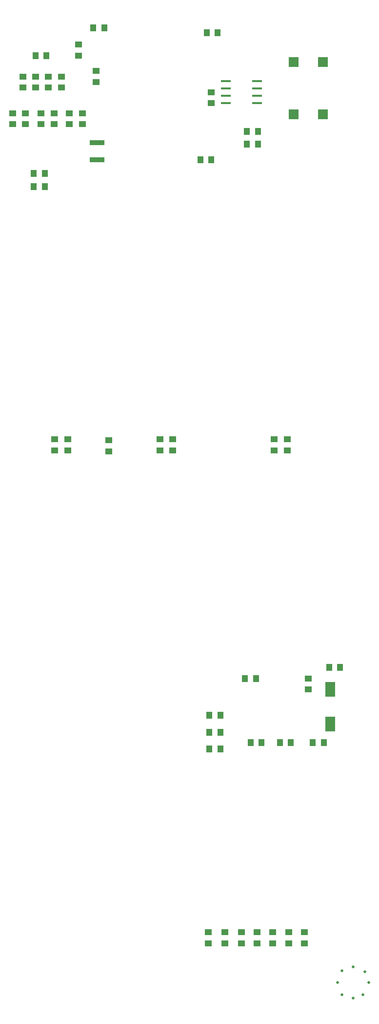
<source format=gbr>
G04 DipTrace 4.0.0.5*
G04 top_paste_dendy_junior_remastered_rev_2.2.1.gbr*
%MOIN*%
G04 #@! TF.FileFunction,Paste,Top*
G04 #@! TF.Part,Single*
%ADD18C,0.019685*%
%ADD70R,0.070866X0.070866*%
%ADD72R,0.070866X0.015748*%
%ADD96R,0.098425X0.037402*%
%ADD106R,0.051181X0.043307*%
%ADD116R,0.070866X0.100394*%
%ADD118R,0.043307X0.051181*%
%FSLAX26Y26*%
G04*
G70*
G90*
G75*
G01*
G04 TopPaste*
%LPD*%
D18*
X3294096Y456298D3*
Y243776D3*
X3400357Y350037D3*
X3187835D3*
X3362853Y268778D3*
X3375354Y425045D3*
X3219088Y268778D3*
Y431295D3*
D118*
X3019067Y1987715D3*
X3093870D3*
D116*
X3137829Y2350247D3*
Y2112703D3*
D118*
X2868846Y1987715D3*
X2794043D3*
X3131579Y2500262D3*
X3206382D3*
X2669030Y1987709D3*
X2594227D3*
X2387648Y2056575D3*
X2312845D3*
D106*
X1537661Y6569440D3*
Y6494636D3*
X1256382Y3981668D3*
Y4056471D3*
D118*
X1187625Y5781857D3*
X1112822D3*
D106*
X1975207Y3981668D3*
Y4056471D3*
X2756539Y3981668D3*
Y4056471D3*
X2325244Y6350667D3*
Y6425470D3*
X2844049Y3981668D3*
Y4056471D3*
X2062717Y3981668D3*
Y4056471D3*
X1343891Y3981668D3*
Y4056471D3*
D118*
X1187625Y5869366D3*
X1112822D3*
D96*
X1543912Y5963126D3*
Y6081236D3*
D118*
X2556518Y2425255D3*
X2631322D3*
D106*
X2987814Y2350247D3*
Y2425050D3*
D118*
X2387648Y2175133D3*
X2312845D3*
Y1944063D3*
X2387648D3*
D106*
X1250234Y6281807D3*
Y6207004D3*
X1056361Y6281909D3*
Y6207106D3*
X1444004Y6281807D3*
Y6207004D3*
X1162622Y6281909D3*
Y6207106D3*
X968954Y6281807D3*
Y6207004D3*
X1356495Y6282012D3*
Y6207209D3*
X1418899Y6675701D3*
Y6750504D3*
D118*
X1125118Y6675701D3*
X1199921D3*
D106*
X1212627Y6531936D3*
Y6457133D3*
X1300136Y6531936D3*
Y6457133D3*
X1125118Y6531936D3*
Y6457133D3*
X1037609Y6531936D3*
Y6457133D3*
X2306492Y618815D3*
Y693618D3*
X2962811Y618815D3*
Y693618D3*
X2856550Y618815D3*
Y693618D3*
X2744038Y618815D3*
Y693618D3*
X2637777Y618815D3*
Y693618D3*
X2531516Y618815D3*
Y693618D3*
X2419004Y618815D3*
Y693618D3*
D118*
X1518909Y6863220D3*
X1593713D3*
D106*
X1625171Y4050425D3*
Y3975622D3*
D118*
X2643823Y6069387D3*
X2569020D3*
X2250236Y5963126D3*
X2325039D3*
X2644028Y6156896D3*
X2569224D3*
X2294093Y6832070D3*
X2368896D3*
D72*
X2425255Y6500682D3*
Y6450682D3*
Y6400682D3*
Y6350682D3*
X2637853D3*
Y6400682D3*
Y6450682D3*
Y6500682D3*
D70*
X2887803Y6275659D3*
X3088591D3*
Y6629990D3*
X2887803D3*
M02*

</source>
